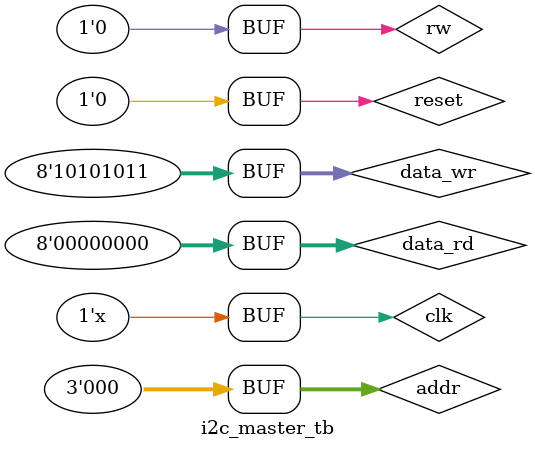
<source format=v>
`timescale 1ns / 1ps


module i2c_master_tb;

	// Inputs
	reg clk;
	reg reset;
	reg [2:0] addr;
	reg [7:0] data_wr;
	reg [7:0] data_rd;
	reg rw;

	// Outputs
	wire scl;
	wire sda;
	wire busy;
	wire [5:0] state;
	wire [3:0] count;
	wire i2c_clk;

	// Instantiate the Unit Under Test (UUT)
	i2c_master uut (
		.clk(clk), 
		.reset(reset), 
		.addr(addr),  
		.data_wr(data_wr), 
		.data_rd(data_rd), 
		.rw(rw), 
		.scl(scl), 
		.sda(sda), 
		.busy(busy), 
		.state(state), 
		.count(count),
		.i2c_clk(i2c_clk)
	);

	initial begin
		// Initialize Inputs
		clk = 0;
		reset = 1;
		addr = 0;
		data_wr = 0;
		data_rd = 0;
		rw = 0;
		// Wait 100 ns for global reset to finish
		#100;
	end
	
	always
	begin
	clk = ~ clk;
	#50;
	end
	
	initial begin
	//Value set 0-100ns
	reset = 1;
	//data_wr = 8'b10101010;
	data_wr = 8'b10101011;
	rw = 0;
	#100; 
	
	reset = 0;
	rw=0; //Enable Write
	
	//#7200; //Actual = current + Previous
	//data_wr = 8'b11001100; 
	
	//#7600;
	//data_wr = 8'b11110000;
		
	end
	     
endmodule

</source>
